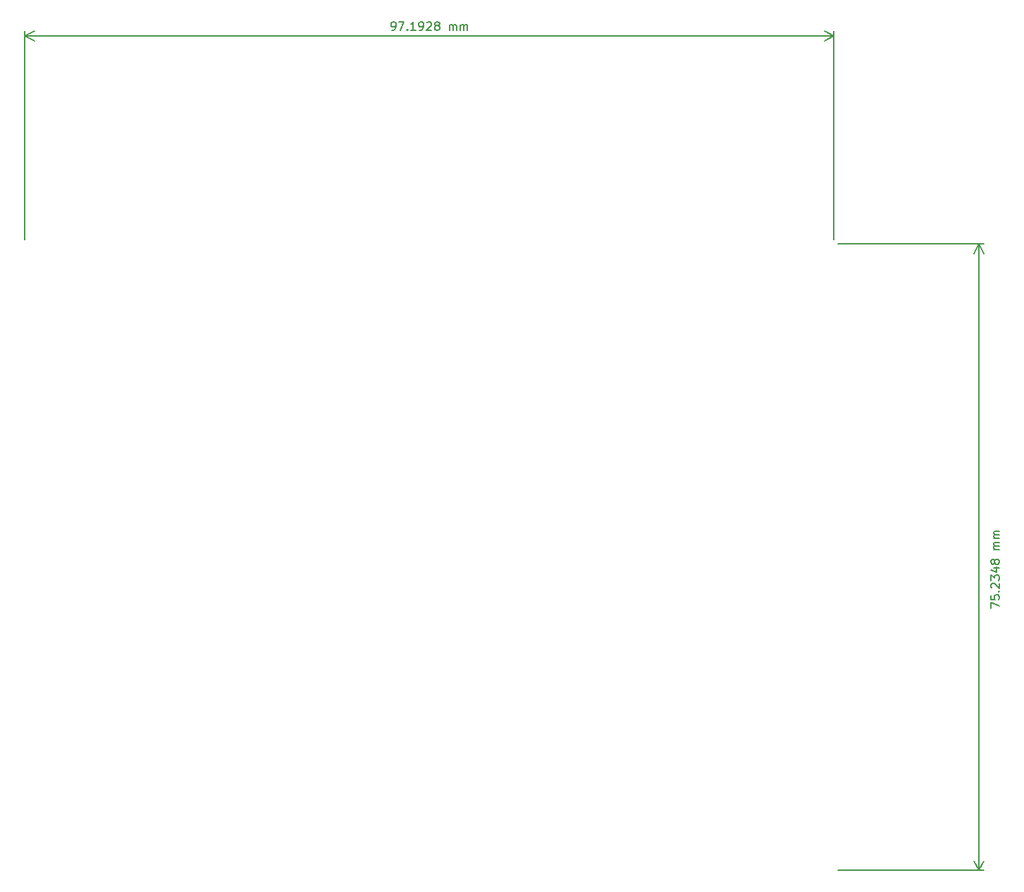
<source format=gbr>
%TF.GenerationSoftware,KiCad,Pcbnew,7.0.6*%
%TF.CreationDate,2023-12-12T17:12:19+00:00*%
%TF.ProjectId,BlankingRelay_Base,426c616e-6b69-46e6-9752-656c61795f42,rev?*%
%TF.SameCoordinates,Original*%
%TF.FileFunction,Other,User*%
%FSLAX46Y46*%
G04 Gerber Fmt 4.6, Leading zero omitted, Abs format (unit mm)*
G04 Created by KiCad (PCBNEW 7.0.6) date 2023-12-12 17:12:19*
%MOMM*%
%LPD*%
G01*
G04 APERTURE LIST*
%ADD10C,0.150000*%
G04 APERTURE END LIST*
D10*
X145454819Y-118666665D02*
X145454819Y-117999999D01*
X145454819Y-117999999D02*
X146454819Y-118428570D01*
X145454819Y-117142856D02*
X145454819Y-117619046D01*
X145454819Y-117619046D02*
X145931009Y-117666665D01*
X145931009Y-117666665D02*
X145883390Y-117619046D01*
X145883390Y-117619046D02*
X145835771Y-117523808D01*
X145835771Y-117523808D02*
X145835771Y-117285713D01*
X145835771Y-117285713D02*
X145883390Y-117190475D01*
X145883390Y-117190475D02*
X145931009Y-117142856D01*
X145931009Y-117142856D02*
X146026247Y-117095237D01*
X146026247Y-117095237D02*
X146264342Y-117095237D01*
X146264342Y-117095237D02*
X146359580Y-117142856D01*
X146359580Y-117142856D02*
X146407200Y-117190475D01*
X146407200Y-117190475D02*
X146454819Y-117285713D01*
X146454819Y-117285713D02*
X146454819Y-117523808D01*
X146454819Y-117523808D02*
X146407200Y-117619046D01*
X146407200Y-117619046D02*
X146359580Y-117666665D01*
X146359580Y-116666665D02*
X146407200Y-116619046D01*
X146407200Y-116619046D02*
X146454819Y-116666665D01*
X146454819Y-116666665D02*
X146407200Y-116714284D01*
X146407200Y-116714284D02*
X146359580Y-116666665D01*
X146359580Y-116666665D02*
X146454819Y-116666665D01*
X145550057Y-116238094D02*
X145502438Y-116190475D01*
X145502438Y-116190475D02*
X145454819Y-116095237D01*
X145454819Y-116095237D02*
X145454819Y-115857142D01*
X145454819Y-115857142D02*
X145502438Y-115761904D01*
X145502438Y-115761904D02*
X145550057Y-115714285D01*
X145550057Y-115714285D02*
X145645295Y-115666666D01*
X145645295Y-115666666D02*
X145740533Y-115666666D01*
X145740533Y-115666666D02*
X145883390Y-115714285D01*
X145883390Y-115714285D02*
X146454819Y-116285713D01*
X146454819Y-116285713D02*
X146454819Y-115666666D01*
X145454819Y-115333332D02*
X145454819Y-114714285D01*
X145454819Y-114714285D02*
X145835771Y-115047618D01*
X145835771Y-115047618D02*
X145835771Y-114904761D01*
X145835771Y-114904761D02*
X145883390Y-114809523D01*
X145883390Y-114809523D02*
X145931009Y-114761904D01*
X145931009Y-114761904D02*
X146026247Y-114714285D01*
X146026247Y-114714285D02*
X146264342Y-114714285D01*
X146264342Y-114714285D02*
X146359580Y-114761904D01*
X146359580Y-114761904D02*
X146407200Y-114809523D01*
X146407200Y-114809523D02*
X146454819Y-114904761D01*
X146454819Y-114904761D02*
X146454819Y-115190475D01*
X146454819Y-115190475D02*
X146407200Y-115285713D01*
X146407200Y-115285713D02*
X146359580Y-115333332D01*
X145788152Y-113857142D02*
X146454819Y-113857142D01*
X145407200Y-114095237D02*
X146121485Y-114333332D01*
X146121485Y-114333332D02*
X146121485Y-113714285D01*
X145883390Y-113190475D02*
X145835771Y-113285713D01*
X145835771Y-113285713D02*
X145788152Y-113333332D01*
X145788152Y-113333332D02*
X145692914Y-113380951D01*
X145692914Y-113380951D02*
X145645295Y-113380951D01*
X145645295Y-113380951D02*
X145550057Y-113333332D01*
X145550057Y-113333332D02*
X145502438Y-113285713D01*
X145502438Y-113285713D02*
X145454819Y-113190475D01*
X145454819Y-113190475D02*
X145454819Y-112999999D01*
X145454819Y-112999999D02*
X145502438Y-112904761D01*
X145502438Y-112904761D02*
X145550057Y-112857142D01*
X145550057Y-112857142D02*
X145645295Y-112809523D01*
X145645295Y-112809523D02*
X145692914Y-112809523D01*
X145692914Y-112809523D02*
X145788152Y-112857142D01*
X145788152Y-112857142D02*
X145835771Y-112904761D01*
X145835771Y-112904761D02*
X145883390Y-112999999D01*
X145883390Y-112999999D02*
X145883390Y-113190475D01*
X145883390Y-113190475D02*
X145931009Y-113285713D01*
X145931009Y-113285713D02*
X145978628Y-113333332D01*
X145978628Y-113333332D02*
X146073866Y-113380951D01*
X146073866Y-113380951D02*
X146264342Y-113380951D01*
X146264342Y-113380951D02*
X146359580Y-113333332D01*
X146359580Y-113333332D02*
X146407200Y-113285713D01*
X146407200Y-113285713D02*
X146454819Y-113190475D01*
X146454819Y-113190475D02*
X146454819Y-112999999D01*
X146454819Y-112999999D02*
X146407200Y-112904761D01*
X146407200Y-112904761D02*
X146359580Y-112857142D01*
X146359580Y-112857142D02*
X146264342Y-112809523D01*
X146264342Y-112809523D02*
X146073866Y-112809523D01*
X146073866Y-112809523D02*
X145978628Y-112857142D01*
X145978628Y-112857142D02*
X145931009Y-112904761D01*
X145931009Y-112904761D02*
X145883390Y-112999999D01*
X146454819Y-111619046D02*
X145788152Y-111619046D01*
X145883390Y-111619046D02*
X145835771Y-111571427D01*
X145835771Y-111571427D02*
X145788152Y-111476189D01*
X145788152Y-111476189D02*
X145788152Y-111333332D01*
X145788152Y-111333332D02*
X145835771Y-111238094D01*
X145835771Y-111238094D02*
X145931009Y-111190475D01*
X145931009Y-111190475D02*
X146454819Y-111190475D01*
X145931009Y-111190475D02*
X145835771Y-111142856D01*
X145835771Y-111142856D02*
X145788152Y-111047618D01*
X145788152Y-111047618D02*
X145788152Y-110904761D01*
X145788152Y-110904761D02*
X145835771Y-110809522D01*
X145835771Y-110809522D02*
X145931009Y-110761903D01*
X145931009Y-110761903D02*
X146454819Y-110761903D01*
X146454819Y-110285713D02*
X145788152Y-110285713D01*
X145883390Y-110285713D02*
X145835771Y-110238094D01*
X145835771Y-110238094D02*
X145788152Y-110142856D01*
X145788152Y-110142856D02*
X145788152Y-109999999D01*
X145788152Y-109999999D02*
X145835771Y-109904761D01*
X145835771Y-109904761D02*
X145931009Y-109857142D01*
X145931009Y-109857142D02*
X146454819Y-109857142D01*
X145931009Y-109857142D02*
X145835771Y-109809523D01*
X145835771Y-109809523D02*
X145788152Y-109714285D01*
X145788152Y-109714285D02*
X145788152Y-109571428D01*
X145788152Y-109571428D02*
X145835771Y-109476189D01*
X145835771Y-109476189D02*
X145931009Y-109428570D01*
X145931009Y-109428570D02*
X146454819Y-109428570D01*
X127106000Y-74930000D02*
X144608340Y-74930000D01*
X127106000Y-150164800D02*
X144608340Y-150164800D01*
X144021920Y-74930000D02*
X144021920Y-150164800D01*
X144021920Y-74930000D02*
X144021920Y-150164800D01*
X144021920Y-74930000D02*
X144608341Y-76056504D01*
X144021920Y-74930000D02*
X143435499Y-76056504D01*
X144021920Y-150164800D02*
X143435499Y-149038296D01*
X144021920Y-150164800D02*
X144608341Y-149038296D01*
X73485791Y-49234819D02*
X73676267Y-49234819D01*
X73676267Y-49234819D02*
X73771505Y-49187200D01*
X73771505Y-49187200D02*
X73819124Y-49139580D01*
X73819124Y-49139580D02*
X73914362Y-48996723D01*
X73914362Y-48996723D02*
X73961981Y-48806247D01*
X73961981Y-48806247D02*
X73961981Y-48425295D01*
X73961981Y-48425295D02*
X73914362Y-48330057D01*
X73914362Y-48330057D02*
X73866743Y-48282438D01*
X73866743Y-48282438D02*
X73771505Y-48234819D01*
X73771505Y-48234819D02*
X73581029Y-48234819D01*
X73581029Y-48234819D02*
X73485791Y-48282438D01*
X73485791Y-48282438D02*
X73438172Y-48330057D01*
X73438172Y-48330057D02*
X73390553Y-48425295D01*
X73390553Y-48425295D02*
X73390553Y-48663390D01*
X73390553Y-48663390D02*
X73438172Y-48758628D01*
X73438172Y-48758628D02*
X73485791Y-48806247D01*
X73485791Y-48806247D02*
X73581029Y-48853866D01*
X73581029Y-48853866D02*
X73771505Y-48853866D01*
X73771505Y-48853866D02*
X73866743Y-48806247D01*
X73866743Y-48806247D02*
X73914362Y-48758628D01*
X73914362Y-48758628D02*
X73961981Y-48663390D01*
X74295315Y-48234819D02*
X74961981Y-48234819D01*
X74961981Y-48234819D02*
X74533410Y-49234819D01*
X75342934Y-49139580D02*
X75390553Y-49187200D01*
X75390553Y-49187200D02*
X75342934Y-49234819D01*
X75342934Y-49234819D02*
X75295315Y-49187200D01*
X75295315Y-49187200D02*
X75342934Y-49139580D01*
X75342934Y-49139580D02*
X75342934Y-49234819D01*
X76342933Y-49234819D02*
X75771505Y-49234819D01*
X76057219Y-49234819D02*
X76057219Y-48234819D01*
X76057219Y-48234819D02*
X75961981Y-48377676D01*
X75961981Y-48377676D02*
X75866743Y-48472914D01*
X75866743Y-48472914D02*
X75771505Y-48520533D01*
X76819124Y-49234819D02*
X77009600Y-49234819D01*
X77009600Y-49234819D02*
X77104838Y-49187200D01*
X77104838Y-49187200D02*
X77152457Y-49139580D01*
X77152457Y-49139580D02*
X77247695Y-48996723D01*
X77247695Y-48996723D02*
X77295314Y-48806247D01*
X77295314Y-48806247D02*
X77295314Y-48425295D01*
X77295314Y-48425295D02*
X77247695Y-48330057D01*
X77247695Y-48330057D02*
X77200076Y-48282438D01*
X77200076Y-48282438D02*
X77104838Y-48234819D01*
X77104838Y-48234819D02*
X76914362Y-48234819D01*
X76914362Y-48234819D02*
X76819124Y-48282438D01*
X76819124Y-48282438D02*
X76771505Y-48330057D01*
X76771505Y-48330057D02*
X76723886Y-48425295D01*
X76723886Y-48425295D02*
X76723886Y-48663390D01*
X76723886Y-48663390D02*
X76771505Y-48758628D01*
X76771505Y-48758628D02*
X76819124Y-48806247D01*
X76819124Y-48806247D02*
X76914362Y-48853866D01*
X76914362Y-48853866D02*
X77104838Y-48853866D01*
X77104838Y-48853866D02*
X77200076Y-48806247D01*
X77200076Y-48806247D02*
X77247695Y-48758628D01*
X77247695Y-48758628D02*
X77295314Y-48663390D01*
X77676267Y-48330057D02*
X77723886Y-48282438D01*
X77723886Y-48282438D02*
X77819124Y-48234819D01*
X77819124Y-48234819D02*
X78057219Y-48234819D01*
X78057219Y-48234819D02*
X78152457Y-48282438D01*
X78152457Y-48282438D02*
X78200076Y-48330057D01*
X78200076Y-48330057D02*
X78247695Y-48425295D01*
X78247695Y-48425295D02*
X78247695Y-48520533D01*
X78247695Y-48520533D02*
X78200076Y-48663390D01*
X78200076Y-48663390D02*
X77628648Y-49234819D01*
X77628648Y-49234819D02*
X78247695Y-49234819D01*
X78819124Y-48663390D02*
X78723886Y-48615771D01*
X78723886Y-48615771D02*
X78676267Y-48568152D01*
X78676267Y-48568152D02*
X78628648Y-48472914D01*
X78628648Y-48472914D02*
X78628648Y-48425295D01*
X78628648Y-48425295D02*
X78676267Y-48330057D01*
X78676267Y-48330057D02*
X78723886Y-48282438D01*
X78723886Y-48282438D02*
X78819124Y-48234819D01*
X78819124Y-48234819D02*
X79009600Y-48234819D01*
X79009600Y-48234819D02*
X79104838Y-48282438D01*
X79104838Y-48282438D02*
X79152457Y-48330057D01*
X79152457Y-48330057D02*
X79200076Y-48425295D01*
X79200076Y-48425295D02*
X79200076Y-48472914D01*
X79200076Y-48472914D02*
X79152457Y-48568152D01*
X79152457Y-48568152D02*
X79104838Y-48615771D01*
X79104838Y-48615771D02*
X79009600Y-48663390D01*
X79009600Y-48663390D02*
X78819124Y-48663390D01*
X78819124Y-48663390D02*
X78723886Y-48711009D01*
X78723886Y-48711009D02*
X78676267Y-48758628D01*
X78676267Y-48758628D02*
X78628648Y-48853866D01*
X78628648Y-48853866D02*
X78628648Y-49044342D01*
X78628648Y-49044342D02*
X78676267Y-49139580D01*
X78676267Y-49139580D02*
X78723886Y-49187200D01*
X78723886Y-49187200D02*
X78819124Y-49234819D01*
X78819124Y-49234819D02*
X79009600Y-49234819D01*
X79009600Y-49234819D02*
X79104838Y-49187200D01*
X79104838Y-49187200D02*
X79152457Y-49139580D01*
X79152457Y-49139580D02*
X79200076Y-49044342D01*
X79200076Y-49044342D02*
X79200076Y-48853866D01*
X79200076Y-48853866D02*
X79152457Y-48758628D01*
X79152457Y-48758628D02*
X79104838Y-48711009D01*
X79104838Y-48711009D02*
X79009600Y-48663390D01*
X80390553Y-49234819D02*
X80390553Y-48568152D01*
X80390553Y-48663390D02*
X80438172Y-48615771D01*
X80438172Y-48615771D02*
X80533410Y-48568152D01*
X80533410Y-48568152D02*
X80676267Y-48568152D01*
X80676267Y-48568152D02*
X80771505Y-48615771D01*
X80771505Y-48615771D02*
X80819124Y-48711009D01*
X80819124Y-48711009D02*
X80819124Y-49234819D01*
X80819124Y-48711009D02*
X80866743Y-48615771D01*
X80866743Y-48615771D02*
X80961981Y-48568152D01*
X80961981Y-48568152D02*
X81104838Y-48568152D01*
X81104838Y-48568152D02*
X81200077Y-48615771D01*
X81200077Y-48615771D02*
X81247696Y-48711009D01*
X81247696Y-48711009D02*
X81247696Y-49234819D01*
X81723886Y-49234819D02*
X81723886Y-48568152D01*
X81723886Y-48663390D02*
X81771505Y-48615771D01*
X81771505Y-48615771D02*
X81866743Y-48568152D01*
X81866743Y-48568152D02*
X82009600Y-48568152D01*
X82009600Y-48568152D02*
X82104838Y-48615771D01*
X82104838Y-48615771D02*
X82152457Y-48711009D01*
X82152457Y-48711009D02*
X82152457Y-49234819D01*
X82152457Y-48711009D02*
X82200076Y-48615771D01*
X82200076Y-48615771D02*
X82295314Y-48568152D01*
X82295314Y-48568152D02*
X82438171Y-48568152D01*
X82438171Y-48568152D02*
X82533410Y-48615771D01*
X82533410Y-48615771D02*
X82581029Y-48711009D01*
X82581029Y-48711009D02*
X82581029Y-49234819D01*
X29413200Y-74430000D02*
X29413200Y-49343580D01*
X126606000Y-74430000D02*
X126606000Y-49343580D01*
X29413200Y-49930000D02*
X126606000Y-49930000D01*
X29413200Y-49930000D02*
X126606000Y-49930000D01*
X29413200Y-49930000D02*
X30539704Y-49343579D01*
X29413200Y-49930000D02*
X30539704Y-50516421D01*
X126606000Y-49930000D02*
X125479496Y-50516421D01*
X126606000Y-49930000D02*
X125479496Y-49343579D01*
M02*

</source>
